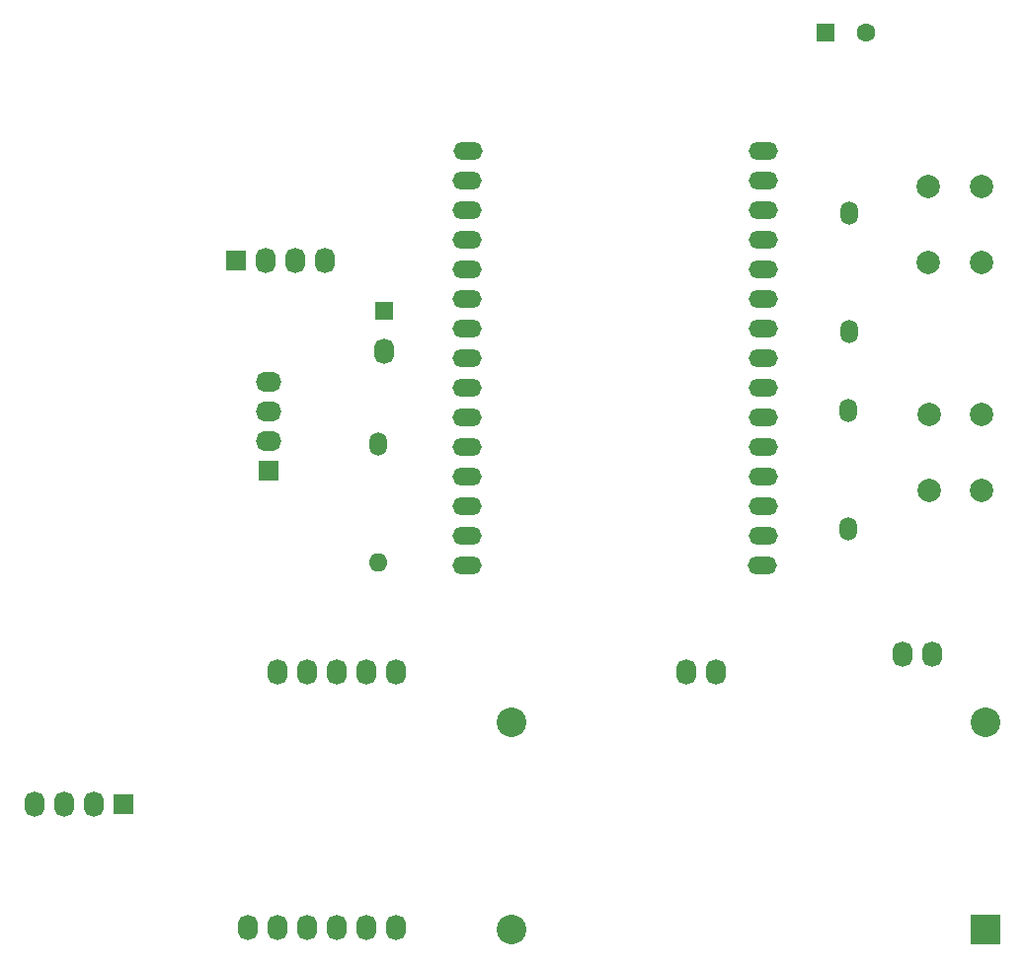
<source format=gbr>
%TF.GenerationSoftware,KiCad,Pcbnew,8.0.9-8.0.9-0~ubuntu22.04.1*%
%TF.CreationDate,2025-05-12T13:18:15+05:45*%
%TF.ProjectId,minor_hardware_pcb,6d696e6f-725f-4686-9172-64776172655f,rev?*%
%TF.SameCoordinates,Original*%
%TF.FileFunction,Soldermask,Bot*%
%TF.FilePolarity,Negative*%
%FSLAX46Y46*%
G04 Gerber Fmt 4.6, Leading zero omitted, Abs format (unit mm)*
G04 Created by KiCad (PCBNEW 8.0.9-8.0.9-0~ubuntu22.04.1) date 2025-05-12 13:18:15*
%MOMM*%
%LPD*%
G01*
G04 APERTURE LIST*
%ADD10O,1.524000X2.000000*%
%ADD11O,2.500000X1.524000*%
%ADD12O,1.700000X2.200000*%
%ADD13R,1.700000X1.700000*%
%ADD14O,2.200000X1.700000*%
%ADD15C,2.000000*%
%ADD16R,1.600000X1.600000*%
%ADD17C,1.600000*%
%ADD18R,2.540000X2.540000*%
%ADD19C,2.540000*%
%ADD20O,1.600000X1.600000*%
G04 APERTURE END LIST*
D10*
%TO.C,R1*%
X172720000Y-109220000D03*
X172720000Y-99060000D03*
%TD*%
D11*
%TO.C,U1*%
X165279000Y-129286000D03*
X165354000Y-126746000D03*
X165354000Y-124206000D03*
X165354000Y-121666000D03*
X165354000Y-119126000D03*
X165354000Y-116586000D03*
X165354000Y-114046000D03*
X165354000Y-111506000D03*
X165354000Y-108966000D03*
X165354000Y-106426000D03*
X165354000Y-103886000D03*
X165354000Y-101346000D03*
X165354000Y-98806000D03*
X165354000Y-96266000D03*
X165354000Y-93726000D03*
X140029000Y-93726000D03*
X139954000Y-96266000D03*
X139954000Y-98806000D03*
X139954000Y-101346000D03*
X139954000Y-103886000D03*
X139954000Y-106426000D03*
X139954000Y-108966000D03*
X139954000Y-111506000D03*
X139954000Y-114046000D03*
X139954000Y-116586000D03*
X139954000Y-119126000D03*
X139954000Y-121666000D03*
X139954000Y-124206000D03*
X139954000Y-126746000D03*
X139954000Y-129286000D03*
%TD*%
D12*
%TO.C,J4*%
X158745000Y-138430000D03*
X161285000Y-138430000D03*
%TD*%
D13*
%TO.C,J3*%
X122936000Y-121158000D03*
D14*
X122936000Y-118618000D03*
X122936000Y-116078000D03*
X122936000Y-113538000D03*
%TD*%
D12*
%TO.C,J2*%
X177292000Y-136906000D03*
X179832000Y-136906000D03*
%TD*%
D15*
%TO.C,SW1*%
X184042000Y-96826000D03*
X184042000Y-103326000D03*
X179542000Y-96826000D03*
X179542000Y-103326000D03*
%TD*%
D10*
%TO.C,R2*%
X172684000Y-116026000D03*
X172684000Y-126186000D03*
%TD*%
D16*
%TO.C,C1*%
X170688000Y-83566000D03*
D17*
X174188000Y-83566000D03*
%TD*%
D15*
%TO.C,SW2*%
X184114000Y-116384000D03*
X184114000Y-122884000D03*
X179614000Y-116384000D03*
X179614000Y-122884000D03*
%TD*%
D18*
%TO.C,P1*%
X184404000Y-160528000D03*
D19*
X184404000Y-142748000D03*
X143764000Y-160528000D03*
X143764000Y-142748000D03*
%TD*%
D12*
%TO.C,U2*%
X133858000Y-138430000D03*
X131318000Y-138430000D03*
X128778000Y-138430000D03*
X126238000Y-138430000D03*
X123698000Y-138430000D03*
X121158000Y-160350000D03*
X123698000Y-160350000D03*
X126238000Y-160350000D03*
X128778000Y-160350000D03*
X131318000Y-160350000D03*
X133858000Y-160350000D03*
%TD*%
D10*
%TO.C,R3*%
X132334000Y-118872000D03*
D20*
X132334000Y-129032000D03*
%TD*%
D13*
%TO.C,J1*%
X120142000Y-103124000D03*
D12*
X122682000Y-103124000D03*
X125222000Y-103124000D03*
X127762000Y-103124000D03*
%TD*%
D16*
%TO.C,C2*%
X132842000Y-107442000D03*
D12*
X132842000Y-110942000D03*
%TD*%
%TO.C,J5*%
X102860000Y-149803000D03*
X105400000Y-149803000D03*
X107940000Y-149803000D03*
D13*
X110480000Y-149803000D03*
%TD*%
M02*

</source>
